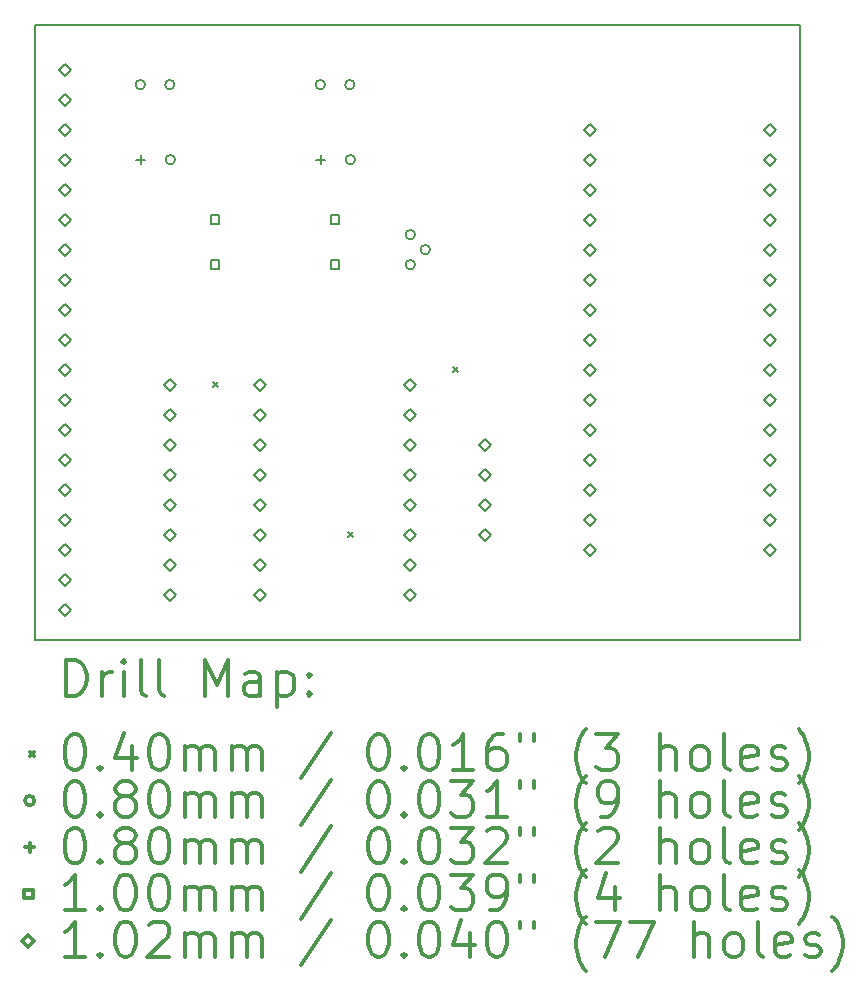
<source format=gbr>
%FSLAX45Y45*%
G04 Gerber Fmt 4.5, Leading zero omitted, Abs format (unit mm)*
G04 Created by KiCad (PCBNEW 4.0.4+e1-6308~48~ubuntu16.04.1-stable) date Wed Jan 11 11:26:59 2017*
%MOMM*%
%LPD*%
G01*
G04 APERTURE LIST*
%ADD10C,0.127000*%
%ADD11C,0.150000*%
%ADD12C,0.200000*%
%ADD13C,0.300000*%
G04 APERTURE END LIST*
D10*
D11*
X14478000Y-13589000D02*
X8001000Y-13589000D01*
X14478000Y-8382000D02*
X14478000Y-13589000D01*
X8001000Y-8382000D02*
X14478000Y-8382000D01*
X8001000Y-13589000D02*
X8001000Y-8382000D01*
D12*
X9505000Y-11410000D02*
X9545000Y-11450000D01*
X9545000Y-11410000D02*
X9505000Y-11450000D01*
X10648000Y-12680000D02*
X10688000Y-12720000D01*
X10688000Y-12680000D02*
X10648000Y-12720000D01*
X11537000Y-11283000D02*
X11577000Y-11323000D01*
X11577000Y-11283000D02*
X11537000Y-11323000D01*
X8930000Y-8890000D02*
G75*
G03X8930000Y-8890000I-40000J0D01*
G01*
X9180000Y-8890000D02*
G75*
G03X9180000Y-8890000I-40000J0D01*
G01*
X9184000Y-9525000D02*
G75*
G03X9184000Y-9525000I-40000J0D01*
G01*
X10454000Y-8890000D02*
G75*
G03X10454000Y-8890000I-40000J0D01*
G01*
X10704000Y-8890000D02*
G75*
G03X10704000Y-8890000I-40000J0D01*
G01*
X10708000Y-9525000D02*
G75*
G03X10708000Y-9525000I-40000J0D01*
G01*
X11216000Y-10160000D02*
G75*
G03X11216000Y-10160000I-40000J0D01*
G01*
X11216000Y-10414000D02*
G75*
G03X11216000Y-10414000I-40000J0D01*
G01*
X11343000Y-10287000D02*
G75*
G03X11343000Y-10287000I-40000J0D01*
G01*
X8894000Y-9484995D02*
X8894000Y-9565005D01*
X8853995Y-9525000D02*
X8934005Y-9525000D01*
X10418000Y-9484995D02*
X10418000Y-9565005D01*
X10377995Y-9525000D02*
X10458005Y-9525000D01*
X9560383Y-10068383D02*
X9560383Y-9997618D01*
X9489618Y-9997618D01*
X9489618Y-10068383D01*
X9560383Y-10068383D01*
X9560383Y-10449383D02*
X9560383Y-10378618D01*
X9489618Y-10378618D01*
X9489618Y-10449383D01*
X9560383Y-10449383D01*
X10576383Y-10068383D02*
X10576383Y-9997618D01*
X10505618Y-9997618D01*
X10505618Y-10068383D01*
X10576383Y-10068383D01*
X10576383Y-10449383D02*
X10576383Y-10378618D01*
X10505618Y-10378618D01*
X10505618Y-10449383D01*
X10576383Y-10449383D01*
X8255000Y-8813800D02*
X8305800Y-8763000D01*
X8255000Y-8712200D01*
X8204200Y-8763000D01*
X8255000Y-8813800D01*
X8255000Y-9067800D02*
X8305800Y-9017000D01*
X8255000Y-8966200D01*
X8204200Y-9017000D01*
X8255000Y-9067800D01*
X8255000Y-9321800D02*
X8305800Y-9271000D01*
X8255000Y-9220200D01*
X8204200Y-9271000D01*
X8255000Y-9321800D01*
X8255000Y-9575800D02*
X8305800Y-9525000D01*
X8255000Y-9474200D01*
X8204200Y-9525000D01*
X8255000Y-9575800D01*
X8255000Y-9829800D02*
X8305800Y-9779000D01*
X8255000Y-9728200D01*
X8204200Y-9779000D01*
X8255000Y-9829800D01*
X8255000Y-10083800D02*
X8305800Y-10033000D01*
X8255000Y-9982200D01*
X8204200Y-10033000D01*
X8255000Y-10083800D01*
X8255000Y-10337800D02*
X8305800Y-10287000D01*
X8255000Y-10236200D01*
X8204200Y-10287000D01*
X8255000Y-10337800D01*
X8255000Y-10591800D02*
X8305800Y-10541000D01*
X8255000Y-10490200D01*
X8204200Y-10541000D01*
X8255000Y-10591800D01*
X8255000Y-10845800D02*
X8305800Y-10795000D01*
X8255000Y-10744200D01*
X8204200Y-10795000D01*
X8255000Y-10845800D01*
X8255000Y-11099800D02*
X8305800Y-11049000D01*
X8255000Y-10998200D01*
X8204200Y-11049000D01*
X8255000Y-11099800D01*
X8255000Y-11353800D02*
X8305800Y-11303000D01*
X8255000Y-11252200D01*
X8204200Y-11303000D01*
X8255000Y-11353800D01*
X8255000Y-11607800D02*
X8305800Y-11557000D01*
X8255000Y-11506200D01*
X8204200Y-11557000D01*
X8255000Y-11607800D01*
X8255000Y-11861800D02*
X8305800Y-11811000D01*
X8255000Y-11760200D01*
X8204200Y-11811000D01*
X8255000Y-11861800D01*
X8255000Y-12115800D02*
X8305800Y-12065000D01*
X8255000Y-12014200D01*
X8204200Y-12065000D01*
X8255000Y-12115800D01*
X8255000Y-12369800D02*
X8305800Y-12319000D01*
X8255000Y-12268200D01*
X8204200Y-12319000D01*
X8255000Y-12369800D01*
X8255000Y-12623800D02*
X8305800Y-12573000D01*
X8255000Y-12522200D01*
X8204200Y-12573000D01*
X8255000Y-12623800D01*
X8255000Y-12877800D02*
X8305800Y-12827000D01*
X8255000Y-12776200D01*
X8204200Y-12827000D01*
X8255000Y-12877800D01*
X8255000Y-13131800D02*
X8305800Y-13081000D01*
X8255000Y-13030200D01*
X8204200Y-13081000D01*
X8255000Y-13131800D01*
X8255000Y-13385800D02*
X8305800Y-13335000D01*
X8255000Y-13284200D01*
X8204200Y-13335000D01*
X8255000Y-13385800D01*
X9144000Y-11480800D02*
X9194800Y-11430000D01*
X9144000Y-11379200D01*
X9093200Y-11430000D01*
X9144000Y-11480800D01*
X9144000Y-11734800D02*
X9194800Y-11684000D01*
X9144000Y-11633200D01*
X9093200Y-11684000D01*
X9144000Y-11734800D01*
X9144000Y-11988800D02*
X9194800Y-11938000D01*
X9144000Y-11887200D01*
X9093200Y-11938000D01*
X9144000Y-11988800D01*
X9144000Y-12242800D02*
X9194800Y-12192000D01*
X9144000Y-12141200D01*
X9093200Y-12192000D01*
X9144000Y-12242800D01*
X9144000Y-12496800D02*
X9194800Y-12446000D01*
X9144000Y-12395200D01*
X9093200Y-12446000D01*
X9144000Y-12496800D01*
X9144000Y-12750800D02*
X9194800Y-12700000D01*
X9144000Y-12649200D01*
X9093200Y-12700000D01*
X9144000Y-12750800D01*
X9144000Y-13004800D02*
X9194800Y-12954000D01*
X9144000Y-12903200D01*
X9093200Y-12954000D01*
X9144000Y-13004800D01*
X9144000Y-13258800D02*
X9194800Y-13208000D01*
X9144000Y-13157200D01*
X9093200Y-13208000D01*
X9144000Y-13258800D01*
X9906000Y-11480800D02*
X9956800Y-11430000D01*
X9906000Y-11379200D01*
X9855200Y-11430000D01*
X9906000Y-11480800D01*
X9906000Y-11734800D02*
X9956800Y-11684000D01*
X9906000Y-11633200D01*
X9855200Y-11684000D01*
X9906000Y-11734800D01*
X9906000Y-11988800D02*
X9956800Y-11938000D01*
X9906000Y-11887200D01*
X9855200Y-11938000D01*
X9906000Y-11988800D01*
X9906000Y-12242800D02*
X9956800Y-12192000D01*
X9906000Y-12141200D01*
X9855200Y-12192000D01*
X9906000Y-12242800D01*
X9906000Y-12496800D02*
X9956800Y-12446000D01*
X9906000Y-12395200D01*
X9855200Y-12446000D01*
X9906000Y-12496800D01*
X9906000Y-12750800D02*
X9956800Y-12700000D01*
X9906000Y-12649200D01*
X9855200Y-12700000D01*
X9906000Y-12750800D01*
X9906000Y-13004800D02*
X9956800Y-12954000D01*
X9906000Y-12903200D01*
X9855200Y-12954000D01*
X9906000Y-13004800D01*
X9906000Y-13258800D02*
X9956800Y-13208000D01*
X9906000Y-13157200D01*
X9855200Y-13208000D01*
X9906000Y-13258800D01*
X11176000Y-11480800D02*
X11226800Y-11430000D01*
X11176000Y-11379200D01*
X11125200Y-11430000D01*
X11176000Y-11480800D01*
X11176000Y-11734800D02*
X11226800Y-11684000D01*
X11176000Y-11633200D01*
X11125200Y-11684000D01*
X11176000Y-11734800D01*
X11176000Y-11988800D02*
X11226800Y-11938000D01*
X11176000Y-11887200D01*
X11125200Y-11938000D01*
X11176000Y-11988800D01*
X11176000Y-12242800D02*
X11226800Y-12192000D01*
X11176000Y-12141200D01*
X11125200Y-12192000D01*
X11176000Y-12242800D01*
X11176000Y-12496800D02*
X11226800Y-12446000D01*
X11176000Y-12395200D01*
X11125200Y-12446000D01*
X11176000Y-12496800D01*
X11176000Y-12750800D02*
X11226800Y-12700000D01*
X11176000Y-12649200D01*
X11125200Y-12700000D01*
X11176000Y-12750800D01*
X11176000Y-13004800D02*
X11226800Y-12954000D01*
X11176000Y-12903200D01*
X11125200Y-12954000D01*
X11176000Y-13004800D01*
X11176000Y-13258800D02*
X11226800Y-13208000D01*
X11176000Y-13157200D01*
X11125200Y-13208000D01*
X11176000Y-13258800D01*
X11811000Y-11988800D02*
X11861800Y-11938000D01*
X11811000Y-11887200D01*
X11760200Y-11938000D01*
X11811000Y-11988800D01*
X11811000Y-12242800D02*
X11861800Y-12192000D01*
X11811000Y-12141200D01*
X11760200Y-12192000D01*
X11811000Y-12242800D01*
X11811000Y-12496800D02*
X11861800Y-12446000D01*
X11811000Y-12395200D01*
X11760200Y-12446000D01*
X11811000Y-12496800D01*
X11811000Y-12750800D02*
X11861800Y-12700000D01*
X11811000Y-12649200D01*
X11760200Y-12700000D01*
X11811000Y-12750800D01*
X12700000Y-9321800D02*
X12750800Y-9271000D01*
X12700000Y-9220200D01*
X12649200Y-9271000D01*
X12700000Y-9321800D01*
X12700000Y-9575800D02*
X12750800Y-9525000D01*
X12700000Y-9474200D01*
X12649200Y-9525000D01*
X12700000Y-9575800D01*
X12700000Y-9829800D02*
X12750800Y-9779000D01*
X12700000Y-9728200D01*
X12649200Y-9779000D01*
X12700000Y-9829800D01*
X12700000Y-10083800D02*
X12750800Y-10033000D01*
X12700000Y-9982200D01*
X12649200Y-10033000D01*
X12700000Y-10083800D01*
X12700000Y-10337800D02*
X12750800Y-10287000D01*
X12700000Y-10236200D01*
X12649200Y-10287000D01*
X12700000Y-10337800D01*
X12700000Y-10591800D02*
X12750800Y-10541000D01*
X12700000Y-10490200D01*
X12649200Y-10541000D01*
X12700000Y-10591800D01*
X12700000Y-10845800D02*
X12750800Y-10795000D01*
X12700000Y-10744200D01*
X12649200Y-10795000D01*
X12700000Y-10845800D01*
X12700000Y-11099800D02*
X12750800Y-11049000D01*
X12700000Y-10998200D01*
X12649200Y-11049000D01*
X12700000Y-11099800D01*
X12700000Y-11353800D02*
X12750800Y-11303000D01*
X12700000Y-11252200D01*
X12649200Y-11303000D01*
X12700000Y-11353800D01*
X12700000Y-11607800D02*
X12750800Y-11557000D01*
X12700000Y-11506200D01*
X12649200Y-11557000D01*
X12700000Y-11607800D01*
X12700000Y-11861800D02*
X12750800Y-11811000D01*
X12700000Y-11760200D01*
X12649200Y-11811000D01*
X12700000Y-11861800D01*
X12700000Y-12115800D02*
X12750800Y-12065000D01*
X12700000Y-12014200D01*
X12649200Y-12065000D01*
X12700000Y-12115800D01*
X12700000Y-12369800D02*
X12750800Y-12319000D01*
X12700000Y-12268200D01*
X12649200Y-12319000D01*
X12700000Y-12369800D01*
X12700000Y-12623800D02*
X12750800Y-12573000D01*
X12700000Y-12522200D01*
X12649200Y-12573000D01*
X12700000Y-12623800D01*
X12700000Y-12877800D02*
X12750800Y-12827000D01*
X12700000Y-12776200D01*
X12649200Y-12827000D01*
X12700000Y-12877800D01*
X14224000Y-9321800D02*
X14274800Y-9271000D01*
X14224000Y-9220200D01*
X14173200Y-9271000D01*
X14224000Y-9321800D01*
X14224000Y-9575800D02*
X14274800Y-9525000D01*
X14224000Y-9474200D01*
X14173200Y-9525000D01*
X14224000Y-9575800D01*
X14224000Y-9829800D02*
X14274800Y-9779000D01*
X14224000Y-9728200D01*
X14173200Y-9779000D01*
X14224000Y-9829800D01*
X14224000Y-10083800D02*
X14274800Y-10033000D01*
X14224000Y-9982200D01*
X14173200Y-10033000D01*
X14224000Y-10083800D01*
X14224000Y-10337800D02*
X14274800Y-10287000D01*
X14224000Y-10236200D01*
X14173200Y-10287000D01*
X14224000Y-10337800D01*
X14224000Y-10591800D02*
X14274800Y-10541000D01*
X14224000Y-10490200D01*
X14173200Y-10541000D01*
X14224000Y-10591800D01*
X14224000Y-10845800D02*
X14274800Y-10795000D01*
X14224000Y-10744200D01*
X14173200Y-10795000D01*
X14224000Y-10845800D01*
X14224000Y-11099800D02*
X14274800Y-11049000D01*
X14224000Y-10998200D01*
X14173200Y-11049000D01*
X14224000Y-11099800D01*
X14224000Y-11353800D02*
X14274800Y-11303000D01*
X14224000Y-11252200D01*
X14173200Y-11303000D01*
X14224000Y-11353800D01*
X14224000Y-11607800D02*
X14274800Y-11557000D01*
X14224000Y-11506200D01*
X14173200Y-11557000D01*
X14224000Y-11607800D01*
X14224000Y-11861800D02*
X14274800Y-11811000D01*
X14224000Y-11760200D01*
X14173200Y-11811000D01*
X14224000Y-11861800D01*
X14224000Y-12115800D02*
X14274800Y-12065000D01*
X14224000Y-12014200D01*
X14173200Y-12065000D01*
X14224000Y-12115800D01*
X14224000Y-12369800D02*
X14274800Y-12319000D01*
X14224000Y-12268200D01*
X14173200Y-12319000D01*
X14224000Y-12369800D01*
X14224000Y-12623800D02*
X14274800Y-12573000D01*
X14224000Y-12522200D01*
X14173200Y-12573000D01*
X14224000Y-12623800D01*
X14224000Y-12877800D02*
X14274800Y-12827000D01*
X14224000Y-12776200D01*
X14173200Y-12827000D01*
X14224000Y-12877800D01*
D13*
X8264928Y-14062214D02*
X8264928Y-13762214D01*
X8336357Y-13762214D01*
X8379214Y-13776500D01*
X8407786Y-13805071D01*
X8422071Y-13833643D01*
X8436357Y-13890786D01*
X8436357Y-13933643D01*
X8422071Y-13990786D01*
X8407786Y-14019357D01*
X8379214Y-14047929D01*
X8336357Y-14062214D01*
X8264928Y-14062214D01*
X8564929Y-14062214D02*
X8564929Y-13862214D01*
X8564929Y-13919357D02*
X8579214Y-13890786D01*
X8593500Y-13876500D01*
X8622071Y-13862214D01*
X8650643Y-13862214D01*
X8750643Y-14062214D02*
X8750643Y-13862214D01*
X8750643Y-13762214D02*
X8736357Y-13776500D01*
X8750643Y-13790786D01*
X8764929Y-13776500D01*
X8750643Y-13762214D01*
X8750643Y-13790786D01*
X8936357Y-14062214D02*
X8907786Y-14047929D01*
X8893500Y-14019357D01*
X8893500Y-13762214D01*
X9093500Y-14062214D02*
X9064929Y-14047929D01*
X9050643Y-14019357D01*
X9050643Y-13762214D01*
X9436357Y-14062214D02*
X9436357Y-13762214D01*
X9536357Y-13976500D01*
X9636357Y-13762214D01*
X9636357Y-14062214D01*
X9907786Y-14062214D02*
X9907786Y-13905071D01*
X9893500Y-13876500D01*
X9864929Y-13862214D01*
X9807786Y-13862214D01*
X9779214Y-13876500D01*
X9907786Y-14047929D02*
X9879214Y-14062214D01*
X9807786Y-14062214D01*
X9779214Y-14047929D01*
X9764929Y-14019357D01*
X9764929Y-13990786D01*
X9779214Y-13962214D01*
X9807786Y-13947929D01*
X9879214Y-13947929D01*
X9907786Y-13933643D01*
X10050643Y-13862214D02*
X10050643Y-14162214D01*
X10050643Y-13876500D02*
X10079214Y-13862214D01*
X10136357Y-13862214D01*
X10164929Y-13876500D01*
X10179214Y-13890786D01*
X10193500Y-13919357D01*
X10193500Y-14005071D01*
X10179214Y-14033643D01*
X10164929Y-14047929D01*
X10136357Y-14062214D01*
X10079214Y-14062214D01*
X10050643Y-14047929D01*
X10322071Y-14033643D02*
X10336357Y-14047929D01*
X10322071Y-14062214D01*
X10307786Y-14047929D01*
X10322071Y-14033643D01*
X10322071Y-14062214D01*
X10322071Y-13876500D02*
X10336357Y-13890786D01*
X10322071Y-13905071D01*
X10307786Y-13890786D01*
X10322071Y-13876500D01*
X10322071Y-13905071D01*
X7953500Y-14536500D02*
X7993500Y-14576500D01*
X7993500Y-14536500D02*
X7953500Y-14576500D01*
X8322071Y-14392214D02*
X8350643Y-14392214D01*
X8379214Y-14406500D01*
X8393500Y-14420786D01*
X8407786Y-14449357D01*
X8422071Y-14506500D01*
X8422071Y-14577929D01*
X8407786Y-14635071D01*
X8393500Y-14663643D01*
X8379214Y-14677929D01*
X8350643Y-14692214D01*
X8322071Y-14692214D01*
X8293500Y-14677929D01*
X8279214Y-14663643D01*
X8264928Y-14635071D01*
X8250643Y-14577929D01*
X8250643Y-14506500D01*
X8264928Y-14449357D01*
X8279214Y-14420786D01*
X8293500Y-14406500D01*
X8322071Y-14392214D01*
X8550643Y-14663643D02*
X8564929Y-14677929D01*
X8550643Y-14692214D01*
X8536357Y-14677929D01*
X8550643Y-14663643D01*
X8550643Y-14692214D01*
X8822071Y-14492214D02*
X8822071Y-14692214D01*
X8750643Y-14377929D02*
X8679214Y-14592214D01*
X8864928Y-14592214D01*
X9036357Y-14392214D02*
X9064929Y-14392214D01*
X9093500Y-14406500D01*
X9107786Y-14420786D01*
X9122071Y-14449357D01*
X9136357Y-14506500D01*
X9136357Y-14577929D01*
X9122071Y-14635071D01*
X9107786Y-14663643D01*
X9093500Y-14677929D01*
X9064929Y-14692214D01*
X9036357Y-14692214D01*
X9007786Y-14677929D01*
X8993500Y-14663643D01*
X8979214Y-14635071D01*
X8964929Y-14577929D01*
X8964929Y-14506500D01*
X8979214Y-14449357D01*
X8993500Y-14420786D01*
X9007786Y-14406500D01*
X9036357Y-14392214D01*
X9264929Y-14692214D02*
X9264929Y-14492214D01*
X9264929Y-14520786D02*
X9279214Y-14506500D01*
X9307786Y-14492214D01*
X9350643Y-14492214D01*
X9379214Y-14506500D01*
X9393500Y-14535071D01*
X9393500Y-14692214D01*
X9393500Y-14535071D02*
X9407786Y-14506500D01*
X9436357Y-14492214D01*
X9479214Y-14492214D01*
X9507786Y-14506500D01*
X9522071Y-14535071D01*
X9522071Y-14692214D01*
X9664929Y-14692214D02*
X9664929Y-14492214D01*
X9664929Y-14520786D02*
X9679214Y-14506500D01*
X9707786Y-14492214D01*
X9750643Y-14492214D01*
X9779214Y-14506500D01*
X9793500Y-14535071D01*
X9793500Y-14692214D01*
X9793500Y-14535071D02*
X9807786Y-14506500D01*
X9836357Y-14492214D01*
X9879214Y-14492214D01*
X9907786Y-14506500D01*
X9922071Y-14535071D01*
X9922071Y-14692214D01*
X10507786Y-14377929D02*
X10250643Y-14763643D01*
X10893500Y-14392214D02*
X10922071Y-14392214D01*
X10950643Y-14406500D01*
X10964928Y-14420786D01*
X10979214Y-14449357D01*
X10993500Y-14506500D01*
X10993500Y-14577929D01*
X10979214Y-14635071D01*
X10964928Y-14663643D01*
X10950643Y-14677929D01*
X10922071Y-14692214D01*
X10893500Y-14692214D01*
X10864928Y-14677929D01*
X10850643Y-14663643D01*
X10836357Y-14635071D01*
X10822071Y-14577929D01*
X10822071Y-14506500D01*
X10836357Y-14449357D01*
X10850643Y-14420786D01*
X10864928Y-14406500D01*
X10893500Y-14392214D01*
X11122071Y-14663643D02*
X11136357Y-14677929D01*
X11122071Y-14692214D01*
X11107786Y-14677929D01*
X11122071Y-14663643D01*
X11122071Y-14692214D01*
X11322071Y-14392214D02*
X11350643Y-14392214D01*
X11379214Y-14406500D01*
X11393500Y-14420786D01*
X11407785Y-14449357D01*
X11422071Y-14506500D01*
X11422071Y-14577929D01*
X11407785Y-14635071D01*
X11393500Y-14663643D01*
X11379214Y-14677929D01*
X11350643Y-14692214D01*
X11322071Y-14692214D01*
X11293500Y-14677929D01*
X11279214Y-14663643D01*
X11264928Y-14635071D01*
X11250643Y-14577929D01*
X11250643Y-14506500D01*
X11264928Y-14449357D01*
X11279214Y-14420786D01*
X11293500Y-14406500D01*
X11322071Y-14392214D01*
X11707785Y-14692214D02*
X11536357Y-14692214D01*
X11622071Y-14692214D02*
X11622071Y-14392214D01*
X11593500Y-14435071D01*
X11564928Y-14463643D01*
X11536357Y-14477929D01*
X11964928Y-14392214D02*
X11907785Y-14392214D01*
X11879214Y-14406500D01*
X11864928Y-14420786D01*
X11836357Y-14463643D01*
X11822071Y-14520786D01*
X11822071Y-14635071D01*
X11836357Y-14663643D01*
X11850643Y-14677929D01*
X11879214Y-14692214D01*
X11936357Y-14692214D01*
X11964928Y-14677929D01*
X11979214Y-14663643D01*
X11993500Y-14635071D01*
X11993500Y-14563643D01*
X11979214Y-14535071D01*
X11964928Y-14520786D01*
X11936357Y-14506500D01*
X11879214Y-14506500D01*
X11850643Y-14520786D01*
X11836357Y-14535071D01*
X11822071Y-14563643D01*
X12107786Y-14392214D02*
X12107786Y-14449357D01*
X12222071Y-14392214D02*
X12222071Y-14449357D01*
X12664928Y-14806500D02*
X12650643Y-14792214D01*
X12622071Y-14749357D01*
X12607785Y-14720786D01*
X12593500Y-14677929D01*
X12579214Y-14606500D01*
X12579214Y-14549357D01*
X12593500Y-14477929D01*
X12607785Y-14435071D01*
X12622071Y-14406500D01*
X12650643Y-14363643D01*
X12664928Y-14349357D01*
X12750643Y-14392214D02*
X12936357Y-14392214D01*
X12836357Y-14506500D01*
X12879214Y-14506500D01*
X12907785Y-14520786D01*
X12922071Y-14535071D01*
X12936357Y-14563643D01*
X12936357Y-14635071D01*
X12922071Y-14663643D01*
X12907785Y-14677929D01*
X12879214Y-14692214D01*
X12793500Y-14692214D01*
X12764928Y-14677929D01*
X12750643Y-14663643D01*
X13293500Y-14692214D02*
X13293500Y-14392214D01*
X13422071Y-14692214D02*
X13422071Y-14535071D01*
X13407785Y-14506500D01*
X13379214Y-14492214D01*
X13336357Y-14492214D01*
X13307785Y-14506500D01*
X13293500Y-14520786D01*
X13607785Y-14692214D02*
X13579214Y-14677929D01*
X13564928Y-14663643D01*
X13550643Y-14635071D01*
X13550643Y-14549357D01*
X13564928Y-14520786D01*
X13579214Y-14506500D01*
X13607785Y-14492214D01*
X13650643Y-14492214D01*
X13679214Y-14506500D01*
X13693500Y-14520786D01*
X13707785Y-14549357D01*
X13707785Y-14635071D01*
X13693500Y-14663643D01*
X13679214Y-14677929D01*
X13650643Y-14692214D01*
X13607785Y-14692214D01*
X13879214Y-14692214D02*
X13850643Y-14677929D01*
X13836357Y-14649357D01*
X13836357Y-14392214D01*
X14107786Y-14677929D02*
X14079214Y-14692214D01*
X14022071Y-14692214D01*
X13993500Y-14677929D01*
X13979214Y-14649357D01*
X13979214Y-14535071D01*
X13993500Y-14506500D01*
X14022071Y-14492214D01*
X14079214Y-14492214D01*
X14107786Y-14506500D01*
X14122071Y-14535071D01*
X14122071Y-14563643D01*
X13979214Y-14592214D01*
X14236357Y-14677929D02*
X14264928Y-14692214D01*
X14322071Y-14692214D01*
X14350643Y-14677929D01*
X14364928Y-14649357D01*
X14364928Y-14635071D01*
X14350643Y-14606500D01*
X14322071Y-14592214D01*
X14279214Y-14592214D01*
X14250643Y-14577929D01*
X14236357Y-14549357D01*
X14236357Y-14535071D01*
X14250643Y-14506500D01*
X14279214Y-14492214D01*
X14322071Y-14492214D01*
X14350643Y-14506500D01*
X14464928Y-14806500D02*
X14479214Y-14792214D01*
X14507786Y-14749357D01*
X14522071Y-14720786D01*
X14536357Y-14677929D01*
X14550643Y-14606500D01*
X14550643Y-14549357D01*
X14536357Y-14477929D01*
X14522071Y-14435071D01*
X14507786Y-14406500D01*
X14479214Y-14363643D01*
X14464928Y-14349357D01*
X7993500Y-14952500D02*
G75*
G03X7993500Y-14952500I-40000J0D01*
G01*
X8322071Y-14788214D02*
X8350643Y-14788214D01*
X8379214Y-14802500D01*
X8393500Y-14816786D01*
X8407786Y-14845357D01*
X8422071Y-14902500D01*
X8422071Y-14973929D01*
X8407786Y-15031071D01*
X8393500Y-15059643D01*
X8379214Y-15073929D01*
X8350643Y-15088214D01*
X8322071Y-15088214D01*
X8293500Y-15073929D01*
X8279214Y-15059643D01*
X8264928Y-15031071D01*
X8250643Y-14973929D01*
X8250643Y-14902500D01*
X8264928Y-14845357D01*
X8279214Y-14816786D01*
X8293500Y-14802500D01*
X8322071Y-14788214D01*
X8550643Y-15059643D02*
X8564929Y-15073929D01*
X8550643Y-15088214D01*
X8536357Y-15073929D01*
X8550643Y-15059643D01*
X8550643Y-15088214D01*
X8736357Y-14916786D02*
X8707786Y-14902500D01*
X8693500Y-14888214D01*
X8679214Y-14859643D01*
X8679214Y-14845357D01*
X8693500Y-14816786D01*
X8707786Y-14802500D01*
X8736357Y-14788214D01*
X8793500Y-14788214D01*
X8822071Y-14802500D01*
X8836357Y-14816786D01*
X8850643Y-14845357D01*
X8850643Y-14859643D01*
X8836357Y-14888214D01*
X8822071Y-14902500D01*
X8793500Y-14916786D01*
X8736357Y-14916786D01*
X8707786Y-14931071D01*
X8693500Y-14945357D01*
X8679214Y-14973929D01*
X8679214Y-15031071D01*
X8693500Y-15059643D01*
X8707786Y-15073929D01*
X8736357Y-15088214D01*
X8793500Y-15088214D01*
X8822071Y-15073929D01*
X8836357Y-15059643D01*
X8850643Y-15031071D01*
X8850643Y-14973929D01*
X8836357Y-14945357D01*
X8822071Y-14931071D01*
X8793500Y-14916786D01*
X9036357Y-14788214D02*
X9064929Y-14788214D01*
X9093500Y-14802500D01*
X9107786Y-14816786D01*
X9122071Y-14845357D01*
X9136357Y-14902500D01*
X9136357Y-14973929D01*
X9122071Y-15031071D01*
X9107786Y-15059643D01*
X9093500Y-15073929D01*
X9064929Y-15088214D01*
X9036357Y-15088214D01*
X9007786Y-15073929D01*
X8993500Y-15059643D01*
X8979214Y-15031071D01*
X8964929Y-14973929D01*
X8964929Y-14902500D01*
X8979214Y-14845357D01*
X8993500Y-14816786D01*
X9007786Y-14802500D01*
X9036357Y-14788214D01*
X9264929Y-15088214D02*
X9264929Y-14888214D01*
X9264929Y-14916786D02*
X9279214Y-14902500D01*
X9307786Y-14888214D01*
X9350643Y-14888214D01*
X9379214Y-14902500D01*
X9393500Y-14931071D01*
X9393500Y-15088214D01*
X9393500Y-14931071D02*
X9407786Y-14902500D01*
X9436357Y-14888214D01*
X9479214Y-14888214D01*
X9507786Y-14902500D01*
X9522071Y-14931071D01*
X9522071Y-15088214D01*
X9664929Y-15088214D02*
X9664929Y-14888214D01*
X9664929Y-14916786D02*
X9679214Y-14902500D01*
X9707786Y-14888214D01*
X9750643Y-14888214D01*
X9779214Y-14902500D01*
X9793500Y-14931071D01*
X9793500Y-15088214D01*
X9793500Y-14931071D02*
X9807786Y-14902500D01*
X9836357Y-14888214D01*
X9879214Y-14888214D01*
X9907786Y-14902500D01*
X9922071Y-14931071D01*
X9922071Y-15088214D01*
X10507786Y-14773929D02*
X10250643Y-15159643D01*
X10893500Y-14788214D02*
X10922071Y-14788214D01*
X10950643Y-14802500D01*
X10964928Y-14816786D01*
X10979214Y-14845357D01*
X10993500Y-14902500D01*
X10993500Y-14973929D01*
X10979214Y-15031071D01*
X10964928Y-15059643D01*
X10950643Y-15073929D01*
X10922071Y-15088214D01*
X10893500Y-15088214D01*
X10864928Y-15073929D01*
X10850643Y-15059643D01*
X10836357Y-15031071D01*
X10822071Y-14973929D01*
X10822071Y-14902500D01*
X10836357Y-14845357D01*
X10850643Y-14816786D01*
X10864928Y-14802500D01*
X10893500Y-14788214D01*
X11122071Y-15059643D02*
X11136357Y-15073929D01*
X11122071Y-15088214D01*
X11107786Y-15073929D01*
X11122071Y-15059643D01*
X11122071Y-15088214D01*
X11322071Y-14788214D02*
X11350643Y-14788214D01*
X11379214Y-14802500D01*
X11393500Y-14816786D01*
X11407785Y-14845357D01*
X11422071Y-14902500D01*
X11422071Y-14973929D01*
X11407785Y-15031071D01*
X11393500Y-15059643D01*
X11379214Y-15073929D01*
X11350643Y-15088214D01*
X11322071Y-15088214D01*
X11293500Y-15073929D01*
X11279214Y-15059643D01*
X11264928Y-15031071D01*
X11250643Y-14973929D01*
X11250643Y-14902500D01*
X11264928Y-14845357D01*
X11279214Y-14816786D01*
X11293500Y-14802500D01*
X11322071Y-14788214D01*
X11522071Y-14788214D02*
X11707785Y-14788214D01*
X11607785Y-14902500D01*
X11650643Y-14902500D01*
X11679214Y-14916786D01*
X11693500Y-14931071D01*
X11707785Y-14959643D01*
X11707785Y-15031071D01*
X11693500Y-15059643D01*
X11679214Y-15073929D01*
X11650643Y-15088214D01*
X11564928Y-15088214D01*
X11536357Y-15073929D01*
X11522071Y-15059643D01*
X11993500Y-15088214D02*
X11822071Y-15088214D01*
X11907785Y-15088214D02*
X11907785Y-14788214D01*
X11879214Y-14831071D01*
X11850643Y-14859643D01*
X11822071Y-14873929D01*
X12107786Y-14788214D02*
X12107786Y-14845357D01*
X12222071Y-14788214D02*
X12222071Y-14845357D01*
X12664928Y-15202500D02*
X12650643Y-15188214D01*
X12622071Y-15145357D01*
X12607785Y-15116786D01*
X12593500Y-15073929D01*
X12579214Y-15002500D01*
X12579214Y-14945357D01*
X12593500Y-14873929D01*
X12607785Y-14831071D01*
X12622071Y-14802500D01*
X12650643Y-14759643D01*
X12664928Y-14745357D01*
X12793500Y-15088214D02*
X12850643Y-15088214D01*
X12879214Y-15073929D01*
X12893500Y-15059643D01*
X12922071Y-15016786D01*
X12936357Y-14959643D01*
X12936357Y-14845357D01*
X12922071Y-14816786D01*
X12907785Y-14802500D01*
X12879214Y-14788214D01*
X12822071Y-14788214D01*
X12793500Y-14802500D01*
X12779214Y-14816786D01*
X12764928Y-14845357D01*
X12764928Y-14916786D01*
X12779214Y-14945357D01*
X12793500Y-14959643D01*
X12822071Y-14973929D01*
X12879214Y-14973929D01*
X12907785Y-14959643D01*
X12922071Y-14945357D01*
X12936357Y-14916786D01*
X13293500Y-15088214D02*
X13293500Y-14788214D01*
X13422071Y-15088214D02*
X13422071Y-14931071D01*
X13407785Y-14902500D01*
X13379214Y-14888214D01*
X13336357Y-14888214D01*
X13307785Y-14902500D01*
X13293500Y-14916786D01*
X13607785Y-15088214D02*
X13579214Y-15073929D01*
X13564928Y-15059643D01*
X13550643Y-15031071D01*
X13550643Y-14945357D01*
X13564928Y-14916786D01*
X13579214Y-14902500D01*
X13607785Y-14888214D01*
X13650643Y-14888214D01*
X13679214Y-14902500D01*
X13693500Y-14916786D01*
X13707785Y-14945357D01*
X13707785Y-15031071D01*
X13693500Y-15059643D01*
X13679214Y-15073929D01*
X13650643Y-15088214D01*
X13607785Y-15088214D01*
X13879214Y-15088214D02*
X13850643Y-15073929D01*
X13836357Y-15045357D01*
X13836357Y-14788214D01*
X14107786Y-15073929D02*
X14079214Y-15088214D01*
X14022071Y-15088214D01*
X13993500Y-15073929D01*
X13979214Y-15045357D01*
X13979214Y-14931071D01*
X13993500Y-14902500D01*
X14022071Y-14888214D01*
X14079214Y-14888214D01*
X14107786Y-14902500D01*
X14122071Y-14931071D01*
X14122071Y-14959643D01*
X13979214Y-14988214D01*
X14236357Y-15073929D02*
X14264928Y-15088214D01*
X14322071Y-15088214D01*
X14350643Y-15073929D01*
X14364928Y-15045357D01*
X14364928Y-15031071D01*
X14350643Y-15002500D01*
X14322071Y-14988214D01*
X14279214Y-14988214D01*
X14250643Y-14973929D01*
X14236357Y-14945357D01*
X14236357Y-14931071D01*
X14250643Y-14902500D01*
X14279214Y-14888214D01*
X14322071Y-14888214D01*
X14350643Y-14902500D01*
X14464928Y-15202500D02*
X14479214Y-15188214D01*
X14507786Y-15145357D01*
X14522071Y-15116786D01*
X14536357Y-15073929D01*
X14550643Y-15002500D01*
X14550643Y-14945357D01*
X14536357Y-14873929D01*
X14522071Y-14831071D01*
X14507786Y-14802500D01*
X14479214Y-14759643D01*
X14464928Y-14745357D01*
X7953495Y-15308495D02*
X7953495Y-15388505D01*
X7913490Y-15348500D02*
X7993500Y-15348500D01*
X8322071Y-15184214D02*
X8350643Y-15184214D01*
X8379214Y-15198500D01*
X8393500Y-15212786D01*
X8407786Y-15241357D01*
X8422071Y-15298500D01*
X8422071Y-15369929D01*
X8407786Y-15427071D01*
X8393500Y-15455643D01*
X8379214Y-15469929D01*
X8350643Y-15484214D01*
X8322071Y-15484214D01*
X8293500Y-15469929D01*
X8279214Y-15455643D01*
X8264928Y-15427071D01*
X8250643Y-15369929D01*
X8250643Y-15298500D01*
X8264928Y-15241357D01*
X8279214Y-15212786D01*
X8293500Y-15198500D01*
X8322071Y-15184214D01*
X8550643Y-15455643D02*
X8564929Y-15469929D01*
X8550643Y-15484214D01*
X8536357Y-15469929D01*
X8550643Y-15455643D01*
X8550643Y-15484214D01*
X8736357Y-15312786D02*
X8707786Y-15298500D01*
X8693500Y-15284214D01*
X8679214Y-15255643D01*
X8679214Y-15241357D01*
X8693500Y-15212786D01*
X8707786Y-15198500D01*
X8736357Y-15184214D01*
X8793500Y-15184214D01*
X8822071Y-15198500D01*
X8836357Y-15212786D01*
X8850643Y-15241357D01*
X8850643Y-15255643D01*
X8836357Y-15284214D01*
X8822071Y-15298500D01*
X8793500Y-15312786D01*
X8736357Y-15312786D01*
X8707786Y-15327071D01*
X8693500Y-15341357D01*
X8679214Y-15369929D01*
X8679214Y-15427071D01*
X8693500Y-15455643D01*
X8707786Y-15469929D01*
X8736357Y-15484214D01*
X8793500Y-15484214D01*
X8822071Y-15469929D01*
X8836357Y-15455643D01*
X8850643Y-15427071D01*
X8850643Y-15369929D01*
X8836357Y-15341357D01*
X8822071Y-15327071D01*
X8793500Y-15312786D01*
X9036357Y-15184214D02*
X9064929Y-15184214D01*
X9093500Y-15198500D01*
X9107786Y-15212786D01*
X9122071Y-15241357D01*
X9136357Y-15298500D01*
X9136357Y-15369929D01*
X9122071Y-15427071D01*
X9107786Y-15455643D01*
X9093500Y-15469929D01*
X9064929Y-15484214D01*
X9036357Y-15484214D01*
X9007786Y-15469929D01*
X8993500Y-15455643D01*
X8979214Y-15427071D01*
X8964929Y-15369929D01*
X8964929Y-15298500D01*
X8979214Y-15241357D01*
X8993500Y-15212786D01*
X9007786Y-15198500D01*
X9036357Y-15184214D01*
X9264929Y-15484214D02*
X9264929Y-15284214D01*
X9264929Y-15312786D02*
X9279214Y-15298500D01*
X9307786Y-15284214D01*
X9350643Y-15284214D01*
X9379214Y-15298500D01*
X9393500Y-15327071D01*
X9393500Y-15484214D01*
X9393500Y-15327071D02*
X9407786Y-15298500D01*
X9436357Y-15284214D01*
X9479214Y-15284214D01*
X9507786Y-15298500D01*
X9522071Y-15327071D01*
X9522071Y-15484214D01*
X9664929Y-15484214D02*
X9664929Y-15284214D01*
X9664929Y-15312786D02*
X9679214Y-15298500D01*
X9707786Y-15284214D01*
X9750643Y-15284214D01*
X9779214Y-15298500D01*
X9793500Y-15327071D01*
X9793500Y-15484214D01*
X9793500Y-15327071D02*
X9807786Y-15298500D01*
X9836357Y-15284214D01*
X9879214Y-15284214D01*
X9907786Y-15298500D01*
X9922071Y-15327071D01*
X9922071Y-15484214D01*
X10507786Y-15169929D02*
X10250643Y-15555643D01*
X10893500Y-15184214D02*
X10922071Y-15184214D01*
X10950643Y-15198500D01*
X10964928Y-15212786D01*
X10979214Y-15241357D01*
X10993500Y-15298500D01*
X10993500Y-15369929D01*
X10979214Y-15427071D01*
X10964928Y-15455643D01*
X10950643Y-15469929D01*
X10922071Y-15484214D01*
X10893500Y-15484214D01*
X10864928Y-15469929D01*
X10850643Y-15455643D01*
X10836357Y-15427071D01*
X10822071Y-15369929D01*
X10822071Y-15298500D01*
X10836357Y-15241357D01*
X10850643Y-15212786D01*
X10864928Y-15198500D01*
X10893500Y-15184214D01*
X11122071Y-15455643D02*
X11136357Y-15469929D01*
X11122071Y-15484214D01*
X11107786Y-15469929D01*
X11122071Y-15455643D01*
X11122071Y-15484214D01*
X11322071Y-15184214D02*
X11350643Y-15184214D01*
X11379214Y-15198500D01*
X11393500Y-15212786D01*
X11407785Y-15241357D01*
X11422071Y-15298500D01*
X11422071Y-15369929D01*
X11407785Y-15427071D01*
X11393500Y-15455643D01*
X11379214Y-15469929D01*
X11350643Y-15484214D01*
X11322071Y-15484214D01*
X11293500Y-15469929D01*
X11279214Y-15455643D01*
X11264928Y-15427071D01*
X11250643Y-15369929D01*
X11250643Y-15298500D01*
X11264928Y-15241357D01*
X11279214Y-15212786D01*
X11293500Y-15198500D01*
X11322071Y-15184214D01*
X11522071Y-15184214D02*
X11707785Y-15184214D01*
X11607785Y-15298500D01*
X11650643Y-15298500D01*
X11679214Y-15312786D01*
X11693500Y-15327071D01*
X11707785Y-15355643D01*
X11707785Y-15427071D01*
X11693500Y-15455643D01*
X11679214Y-15469929D01*
X11650643Y-15484214D01*
X11564928Y-15484214D01*
X11536357Y-15469929D01*
X11522071Y-15455643D01*
X11822071Y-15212786D02*
X11836357Y-15198500D01*
X11864928Y-15184214D01*
X11936357Y-15184214D01*
X11964928Y-15198500D01*
X11979214Y-15212786D01*
X11993500Y-15241357D01*
X11993500Y-15269929D01*
X11979214Y-15312786D01*
X11807785Y-15484214D01*
X11993500Y-15484214D01*
X12107786Y-15184214D02*
X12107786Y-15241357D01*
X12222071Y-15184214D02*
X12222071Y-15241357D01*
X12664928Y-15598500D02*
X12650643Y-15584214D01*
X12622071Y-15541357D01*
X12607785Y-15512786D01*
X12593500Y-15469929D01*
X12579214Y-15398500D01*
X12579214Y-15341357D01*
X12593500Y-15269929D01*
X12607785Y-15227071D01*
X12622071Y-15198500D01*
X12650643Y-15155643D01*
X12664928Y-15141357D01*
X12764928Y-15212786D02*
X12779214Y-15198500D01*
X12807785Y-15184214D01*
X12879214Y-15184214D01*
X12907785Y-15198500D01*
X12922071Y-15212786D01*
X12936357Y-15241357D01*
X12936357Y-15269929D01*
X12922071Y-15312786D01*
X12750643Y-15484214D01*
X12936357Y-15484214D01*
X13293500Y-15484214D02*
X13293500Y-15184214D01*
X13422071Y-15484214D02*
X13422071Y-15327071D01*
X13407785Y-15298500D01*
X13379214Y-15284214D01*
X13336357Y-15284214D01*
X13307785Y-15298500D01*
X13293500Y-15312786D01*
X13607785Y-15484214D02*
X13579214Y-15469929D01*
X13564928Y-15455643D01*
X13550643Y-15427071D01*
X13550643Y-15341357D01*
X13564928Y-15312786D01*
X13579214Y-15298500D01*
X13607785Y-15284214D01*
X13650643Y-15284214D01*
X13679214Y-15298500D01*
X13693500Y-15312786D01*
X13707785Y-15341357D01*
X13707785Y-15427071D01*
X13693500Y-15455643D01*
X13679214Y-15469929D01*
X13650643Y-15484214D01*
X13607785Y-15484214D01*
X13879214Y-15484214D02*
X13850643Y-15469929D01*
X13836357Y-15441357D01*
X13836357Y-15184214D01*
X14107786Y-15469929D02*
X14079214Y-15484214D01*
X14022071Y-15484214D01*
X13993500Y-15469929D01*
X13979214Y-15441357D01*
X13979214Y-15327071D01*
X13993500Y-15298500D01*
X14022071Y-15284214D01*
X14079214Y-15284214D01*
X14107786Y-15298500D01*
X14122071Y-15327071D01*
X14122071Y-15355643D01*
X13979214Y-15384214D01*
X14236357Y-15469929D02*
X14264928Y-15484214D01*
X14322071Y-15484214D01*
X14350643Y-15469929D01*
X14364928Y-15441357D01*
X14364928Y-15427071D01*
X14350643Y-15398500D01*
X14322071Y-15384214D01*
X14279214Y-15384214D01*
X14250643Y-15369929D01*
X14236357Y-15341357D01*
X14236357Y-15327071D01*
X14250643Y-15298500D01*
X14279214Y-15284214D01*
X14322071Y-15284214D01*
X14350643Y-15298500D01*
X14464928Y-15598500D02*
X14479214Y-15584214D01*
X14507786Y-15541357D01*
X14522071Y-15512786D01*
X14536357Y-15469929D01*
X14550643Y-15398500D01*
X14550643Y-15341357D01*
X14536357Y-15269929D01*
X14522071Y-15227071D01*
X14507786Y-15198500D01*
X14479214Y-15155643D01*
X14464928Y-15141357D01*
X7978844Y-15779883D02*
X7978844Y-15709118D01*
X7908079Y-15709118D01*
X7908079Y-15779883D01*
X7978844Y-15779883D01*
X8422071Y-15880214D02*
X8250643Y-15880214D01*
X8336357Y-15880214D02*
X8336357Y-15580214D01*
X8307786Y-15623071D01*
X8279214Y-15651643D01*
X8250643Y-15665929D01*
X8550643Y-15851643D02*
X8564929Y-15865929D01*
X8550643Y-15880214D01*
X8536357Y-15865929D01*
X8550643Y-15851643D01*
X8550643Y-15880214D01*
X8750643Y-15580214D02*
X8779214Y-15580214D01*
X8807786Y-15594500D01*
X8822071Y-15608786D01*
X8836357Y-15637357D01*
X8850643Y-15694500D01*
X8850643Y-15765929D01*
X8836357Y-15823071D01*
X8822071Y-15851643D01*
X8807786Y-15865929D01*
X8779214Y-15880214D01*
X8750643Y-15880214D01*
X8722071Y-15865929D01*
X8707786Y-15851643D01*
X8693500Y-15823071D01*
X8679214Y-15765929D01*
X8679214Y-15694500D01*
X8693500Y-15637357D01*
X8707786Y-15608786D01*
X8722071Y-15594500D01*
X8750643Y-15580214D01*
X9036357Y-15580214D02*
X9064929Y-15580214D01*
X9093500Y-15594500D01*
X9107786Y-15608786D01*
X9122071Y-15637357D01*
X9136357Y-15694500D01*
X9136357Y-15765929D01*
X9122071Y-15823071D01*
X9107786Y-15851643D01*
X9093500Y-15865929D01*
X9064929Y-15880214D01*
X9036357Y-15880214D01*
X9007786Y-15865929D01*
X8993500Y-15851643D01*
X8979214Y-15823071D01*
X8964929Y-15765929D01*
X8964929Y-15694500D01*
X8979214Y-15637357D01*
X8993500Y-15608786D01*
X9007786Y-15594500D01*
X9036357Y-15580214D01*
X9264929Y-15880214D02*
X9264929Y-15680214D01*
X9264929Y-15708786D02*
X9279214Y-15694500D01*
X9307786Y-15680214D01*
X9350643Y-15680214D01*
X9379214Y-15694500D01*
X9393500Y-15723071D01*
X9393500Y-15880214D01*
X9393500Y-15723071D02*
X9407786Y-15694500D01*
X9436357Y-15680214D01*
X9479214Y-15680214D01*
X9507786Y-15694500D01*
X9522071Y-15723071D01*
X9522071Y-15880214D01*
X9664929Y-15880214D02*
X9664929Y-15680214D01*
X9664929Y-15708786D02*
X9679214Y-15694500D01*
X9707786Y-15680214D01*
X9750643Y-15680214D01*
X9779214Y-15694500D01*
X9793500Y-15723071D01*
X9793500Y-15880214D01*
X9793500Y-15723071D02*
X9807786Y-15694500D01*
X9836357Y-15680214D01*
X9879214Y-15680214D01*
X9907786Y-15694500D01*
X9922071Y-15723071D01*
X9922071Y-15880214D01*
X10507786Y-15565929D02*
X10250643Y-15951643D01*
X10893500Y-15580214D02*
X10922071Y-15580214D01*
X10950643Y-15594500D01*
X10964928Y-15608786D01*
X10979214Y-15637357D01*
X10993500Y-15694500D01*
X10993500Y-15765929D01*
X10979214Y-15823071D01*
X10964928Y-15851643D01*
X10950643Y-15865929D01*
X10922071Y-15880214D01*
X10893500Y-15880214D01*
X10864928Y-15865929D01*
X10850643Y-15851643D01*
X10836357Y-15823071D01*
X10822071Y-15765929D01*
X10822071Y-15694500D01*
X10836357Y-15637357D01*
X10850643Y-15608786D01*
X10864928Y-15594500D01*
X10893500Y-15580214D01*
X11122071Y-15851643D02*
X11136357Y-15865929D01*
X11122071Y-15880214D01*
X11107786Y-15865929D01*
X11122071Y-15851643D01*
X11122071Y-15880214D01*
X11322071Y-15580214D02*
X11350643Y-15580214D01*
X11379214Y-15594500D01*
X11393500Y-15608786D01*
X11407785Y-15637357D01*
X11422071Y-15694500D01*
X11422071Y-15765929D01*
X11407785Y-15823071D01*
X11393500Y-15851643D01*
X11379214Y-15865929D01*
X11350643Y-15880214D01*
X11322071Y-15880214D01*
X11293500Y-15865929D01*
X11279214Y-15851643D01*
X11264928Y-15823071D01*
X11250643Y-15765929D01*
X11250643Y-15694500D01*
X11264928Y-15637357D01*
X11279214Y-15608786D01*
X11293500Y-15594500D01*
X11322071Y-15580214D01*
X11522071Y-15580214D02*
X11707785Y-15580214D01*
X11607785Y-15694500D01*
X11650643Y-15694500D01*
X11679214Y-15708786D01*
X11693500Y-15723071D01*
X11707785Y-15751643D01*
X11707785Y-15823071D01*
X11693500Y-15851643D01*
X11679214Y-15865929D01*
X11650643Y-15880214D01*
X11564928Y-15880214D01*
X11536357Y-15865929D01*
X11522071Y-15851643D01*
X11850643Y-15880214D02*
X11907785Y-15880214D01*
X11936357Y-15865929D01*
X11950643Y-15851643D01*
X11979214Y-15808786D01*
X11993500Y-15751643D01*
X11993500Y-15637357D01*
X11979214Y-15608786D01*
X11964928Y-15594500D01*
X11936357Y-15580214D01*
X11879214Y-15580214D01*
X11850643Y-15594500D01*
X11836357Y-15608786D01*
X11822071Y-15637357D01*
X11822071Y-15708786D01*
X11836357Y-15737357D01*
X11850643Y-15751643D01*
X11879214Y-15765929D01*
X11936357Y-15765929D01*
X11964928Y-15751643D01*
X11979214Y-15737357D01*
X11993500Y-15708786D01*
X12107786Y-15580214D02*
X12107786Y-15637357D01*
X12222071Y-15580214D02*
X12222071Y-15637357D01*
X12664928Y-15994500D02*
X12650643Y-15980214D01*
X12622071Y-15937357D01*
X12607785Y-15908786D01*
X12593500Y-15865929D01*
X12579214Y-15794500D01*
X12579214Y-15737357D01*
X12593500Y-15665929D01*
X12607785Y-15623071D01*
X12622071Y-15594500D01*
X12650643Y-15551643D01*
X12664928Y-15537357D01*
X12907785Y-15680214D02*
X12907785Y-15880214D01*
X12836357Y-15565929D02*
X12764928Y-15780214D01*
X12950643Y-15780214D01*
X13293500Y-15880214D02*
X13293500Y-15580214D01*
X13422071Y-15880214D02*
X13422071Y-15723071D01*
X13407785Y-15694500D01*
X13379214Y-15680214D01*
X13336357Y-15680214D01*
X13307785Y-15694500D01*
X13293500Y-15708786D01*
X13607785Y-15880214D02*
X13579214Y-15865929D01*
X13564928Y-15851643D01*
X13550643Y-15823071D01*
X13550643Y-15737357D01*
X13564928Y-15708786D01*
X13579214Y-15694500D01*
X13607785Y-15680214D01*
X13650643Y-15680214D01*
X13679214Y-15694500D01*
X13693500Y-15708786D01*
X13707785Y-15737357D01*
X13707785Y-15823071D01*
X13693500Y-15851643D01*
X13679214Y-15865929D01*
X13650643Y-15880214D01*
X13607785Y-15880214D01*
X13879214Y-15880214D02*
X13850643Y-15865929D01*
X13836357Y-15837357D01*
X13836357Y-15580214D01*
X14107786Y-15865929D02*
X14079214Y-15880214D01*
X14022071Y-15880214D01*
X13993500Y-15865929D01*
X13979214Y-15837357D01*
X13979214Y-15723071D01*
X13993500Y-15694500D01*
X14022071Y-15680214D01*
X14079214Y-15680214D01*
X14107786Y-15694500D01*
X14122071Y-15723071D01*
X14122071Y-15751643D01*
X13979214Y-15780214D01*
X14236357Y-15865929D02*
X14264928Y-15880214D01*
X14322071Y-15880214D01*
X14350643Y-15865929D01*
X14364928Y-15837357D01*
X14364928Y-15823071D01*
X14350643Y-15794500D01*
X14322071Y-15780214D01*
X14279214Y-15780214D01*
X14250643Y-15765929D01*
X14236357Y-15737357D01*
X14236357Y-15723071D01*
X14250643Y-15694500D01*
X14279214Y-15680214D01*
X14322071Y-15680214D01*
X14350643Y-15694500D01*
X14464928Y-15994500D02*
X14479214Y-15980214D01*
X14507786Y-15937357D01*
X14522071Y-15908786D01*
X14536357Y-15865929D01*
X14550643Y-15794500D01*
X14550643Y-15737357D01*
X14536357Y-15665929D01*
X14522071Y-15623071D01*
X14507786Y-15594500D01*
X14479214Y-15551643D01*
X14464928Y-15537357D01*
X7942700Y-16191300D02*
X7993500Y-16140500D01*
X7942700Y-16089700D01*
X7891900Y-16140500D01*
X7942700Y-16191300D01*
X8422071Y-16276214D02*
X8250643Y-16276214D01*
X8336357Y-16276214D02*
X8336357Y-15976214D01*
X8307786Y-16019071D01*
X8279214Y-16047643D01*
X8250643Y-16061929D01*
X8550643Y-16247643D02*
X8564929Y-16261929D01*
X8550643Y-16276214D01*
X8536357Y-16261929D01*
X8550643Y-16247643D01*
X8550643Y-16276214D01*
X8750643Y-15976214D02*
X8779214Y-15976214D01*
X8807786Y-15990500D01*
X8822071Y-16004786D01*
X8836357Y-16033357D01*
X8850643Y-16090500D01*
X8850643Y-16161929D01*
X8836357Y-16219071D01*
X8822071Y-16247643D01*
X8807786Y-16261929D01*
X8779214Y-16276214D01*
X8750643Y-16276214D01*
X8722071Y-16261929D01*
X8707786Y-16247643D01*
X8693500Y-16219071D01*
X8679214Y-16161929D01*
X8679214Y-16090500D01*
X8693500Y-16033357D01*
X8707786Y-16004786D01*
X8722071Y-15990500D01*
X8750643Y-15976214D01*
X8964929Y-16004786D02*
X8979214Y-15990500D01*
X9007786Y-15976214D01*
X9079214Y-15976214D01*
X9107786Y-15990500D01*
X9122071Y-16004786D01*
X9136357Y-16033357D01*
X9136357Y-16061929D01*
X9122071Y-16104786D01*
X8950643Y-16276214D01*
X9136357Y-16276214D01*
X9264929Y-16276214D02*
X9264929Y-16076214D01*
X9264929Y-16104786D02*
X9279214Y-16090500D01*
X9307786Y-16076214D01*
X9350643Y-16076214D01*
X9379214Y-16090500D01*
X9393500Y-16119071D01*
X9393500Y-16276214D01*
X9393500Y-16119071D02*
X9407786Y-16090500D01*
X9436357Y-16076214D01*
X9479214Y-16076214D01*
X9507786Y-16090500D01*
X9522071Y-16119071D01*
X9522071Y-16276214D01*
X9664929Y-16276214D02*
X9664929Y-16076214D01*
X9664929Y-16104786D02*
X9679214Y-16090500D01*
X9707786Y-16076214D01*
X9750643Y-16076214D01*
X9779214Y-16090500D01*
X9793500Y-16119071D01*
X9793500Y-16276214D01*
X9793500Y-16119071D02*
X9807786Y-16090500D01*
X9836357Y-16076214D01*
X9879214Y-16076214D01*
X9907786Y-16090500D01*
X9922071Y-16119071D01*
X9922071Y-16276214D01*
X10507786Y-15961929D02*
X10250643Y-16347643D01*
X10893500Y-15976214D02*
X10922071Y-15976214D01*
X10950643Y-15990500D01*
X10964928Y-16004786D01*
X10979214Y-16033357D01*
X10993500Y-16090500D01*
X10993500Y-16161929D01*
X10979214Y-16219071D01*
X10964928Y-16247643D01*
X10950643Y-16261929D01*
X10922071Y-16276214D01*
X10893500Y-16276214D01*
X10864928Y-16261929D01*
X10850643Y-16247643D01*
X10836357Y-16219071D01*
X10822071Y-16161929D01*
X10822071Y-16090500D01*
X10836357Y-16033357D01*
X10850643Y-16004786D01*
X10864928Y-15990500D01*
X10893500Y-15976214D01*
X11122071Y-16247643D02*
X11136357Y-16261929D01*
X11122071Y-16276214D01*
X11107786Y-16261929D01*
X11122071Y-16247643D01*
X11122071Y-16276214D01*
X11322071Y-15976214D02*
X11350643Y-15976214D01*
X11379214Y-15990500D01*
X11393500Y-16004786D01*
X11407785Y-16033357D01*
X11422071Y-16090500D01*
X11422071Y-16161929D01*
X11407785Y-16219071D01*
X11393500Y-16247643D01*
X11379214Y-16261929D01*
X11350643Y-16276214D01*
X11322071Y-16276214D01*
X11293500Y-16261929D01*
X11279214Y-16247643D01*
X11264928Y-16219071D01*
X11250643Y-16161929D01*
X11250643Y-16090500D01*
X11264928Y-16033357D01*
X11279214Y-16004786D01*
X11293500Y-15990500D01*
X11322071Y-15976214D01*
X11679214Y-16076214D02*
X11679214Y-16276214D01*
X11607785Y-15961929D02*
X11536357Y-16176214D01*
X11722071Y-16176214D01*
X11893500Y-15976214D02*
X11922071Y-15976214D01*
X11950643Y-15990500D01*
X11964928Y-16004786D01*
X11979214Y-16033357D01*
X11993500Y-16090500D01*
X11993500Y-16161929D01*
X11979214Y-16219071D01*
X11964928Y-16247643D01*
X11950643Y-16261929D01*
X11922071Y-16276214D01*
X11893500Y-16276214D01*
X11864928Y-16261929D01*
X11850643Y-16247643D01*
X11836357Y-16219071D01*
X11822071Y-16161929D01*
X11822071Y-16090500D01*
X11836357Y-16033357D01*
X11850643Y-16004786D01*
X11864928Y-15990500D01*
X11893500Y-15976214D01*
X12107786Y-15976214D02*
X12107786Y-16033357D01*
X12222071Y-15976214D02*
X12222071Y-16033357D01*
X12664928Y-16390500D02*
X12650643Y-16376214D01*
X12622071Y-16333357D01*
X12607785Y-16304786D01*
X12593500Y-16261929D01*
X12579214Y-16190500D01*
X12579214Y-16133357D01*
X12593500Y-16061929D01*
X12607785Y-16019071D01*
X12622071Y-15990500D01*
X12650643Y-15947643D01*
X12664928Y-15933357D01*
X12750643Y-15976214D02*
X12950643Y-15976214D01*
X12822071Y-16276214D01*
X13036357Y-15976214D02*
X13236357Y-15976214D01*
X13107785Y-16276214D01*
X13579214Y-16276214D02*
X13579214Y-15976214D01*
X13707785Y-16276214D02*
X13707785Y-16119071D01*
X13693500Y-16090500D01*
X13664928Y-16076214D01*
X13622071Y-16076214D01*
X13593500Y-16090500D01*
X13579214Y-16104786D01*
X13893500Y-16276214D02*
X13864928Y-16261929D01*
X13850643Y-16247643D01*
X13836357Y-16219071D01*
X13836357Y-16133357D01*
X13850643Y-16104786D01*
X13864928Y-16090500D01*
X13893500Y-16076214D01*
X13936357Y-16076214D01*
X13964928Y-16090500D01*
X13979214Y-16104786D01*
X13993500Y-16133357D01*
X13993500Y-16219071D01*
X13979214Y-16247643D01*
X13964928Y-16261929D01*
X13936357Y-16276214D01*
X13893500Y-16276214D01*
X14164928Y-16276214D02*
X14136357Y-16261929D01*
X14122071Y-16233357D01*
X14122071Y-15976214D01*
X14393500Y-16261929D02*
X14364928Y-16276214D01*
X14307786Y-16276214D01*
X14279214Y-16261929D01*
X14264928Y-16233357D01*
X14264928Y-16119071D01*
X14279214Y-16090500D01*
X14307786Y-16076214D01*
X14364928Y-16076214D01*
X14393500Y-16090500D01*
X14407786Y-16119071D01*
X14407786Y-16147643D01*
X14264928Y-16176214D01*
X14522071Y-16261929D02*
X14550643Y-16276214D01*
X14607786Y-16276214D01*
X14636357Y-16261929D01*
X14650643Y-16233357D01*
X14650643Y-16219071D01*
X14636357Y-16190500D01*
X14607786Y-16176214D01*
X14564928Y-16176214D01*
X14536357Y-16161929D01*
X14522071Y-16133357D01*
X14522071Y-16119071D01*
X14536357Y-16090500D01*
X14564928Y-16076214D01*
X14607786Y-16076214D01*
X14636357Y-16090500D01*
X14750643Y-16390500D02*
X14764928Y-16376214D01*
X14793500Y-16333357D01*
X14807786Y-16304786D01*
X14822071Y-16261929D01*
X14836357Y-16190500D01*
X14836357Y-16133357D01*
X14822071Y-16061929D01*
X14807786Y-16019071D01*
X14793500Y-15990500D01*
X14764928Y-15947643D01*
X14750643Y-15933357D01*
M02*

</source>
